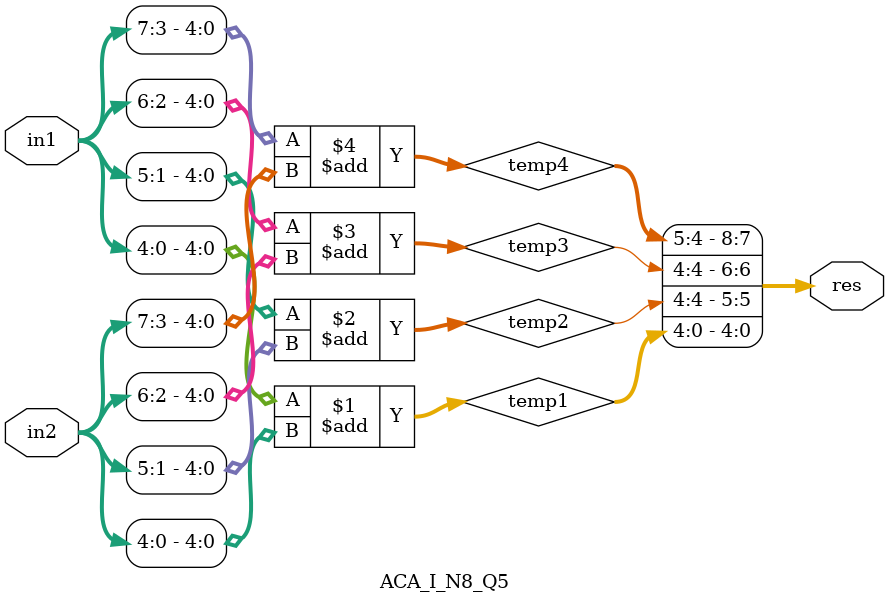
<source format=v>
`timescale 1ns / 1ps
module ACA_I_N8_Q5(
    input [7:0] in1,
    input [7:0] in2,
    output [8:0] res
    );

wire [5:0] temp1,temp2,temp3,temp4;

assign temp1[5:0] = in1[4:0] + in2[4:0];
assign temp2[5:0] = in1[5:1] + in2[5:1];
assign temp3[5:0] = in1[6:2] + in2[6:2];
assign temp4[5:0] = in1[7:3] + in2[7:3];

assign res[8:0] = {temp4[5:4],temp3[4],temp2[4],temp1[4:0]};

endmodule

</source>
